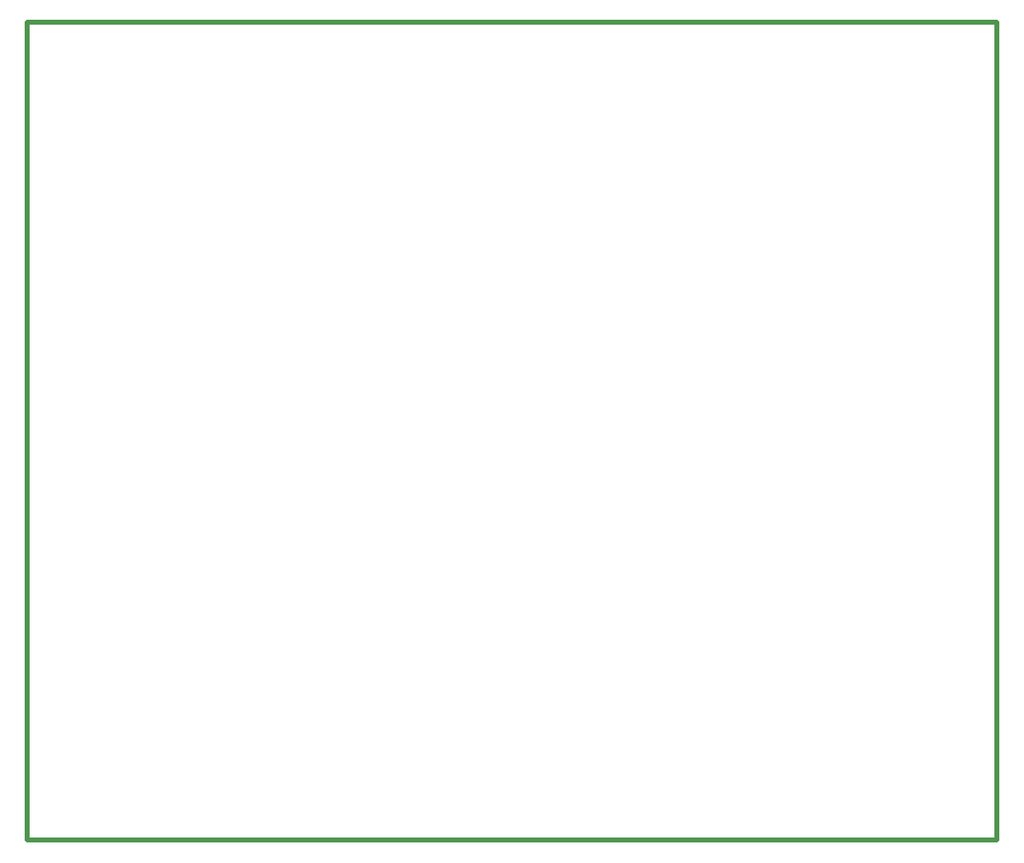
<source format=gko>
G04*
G04 #@! TF.GenerationSoftware,Altium Limited,Altium Designer,19.1.8 (144)*
G04*
G04 Layer_Color=16711935*
%FSLAX25Y25*%
%MOIN*%
G70*
G01*
G75*
%ADD13C,0.01000*%
%ADD14C,0.01968*%
D13*
X28000Y456642D02*
X28051Y456693D01*
D14*
X420866Y125500D02*
Y456626D01*
X28051Y456693D02*
X420933D01*
X28000Y449500D02*
Y456642D01*
X28000Y125500D02*
X420866Y125500D01*
X28000Y449500D02*
X28000Y125500D01*
M02*

</source>
